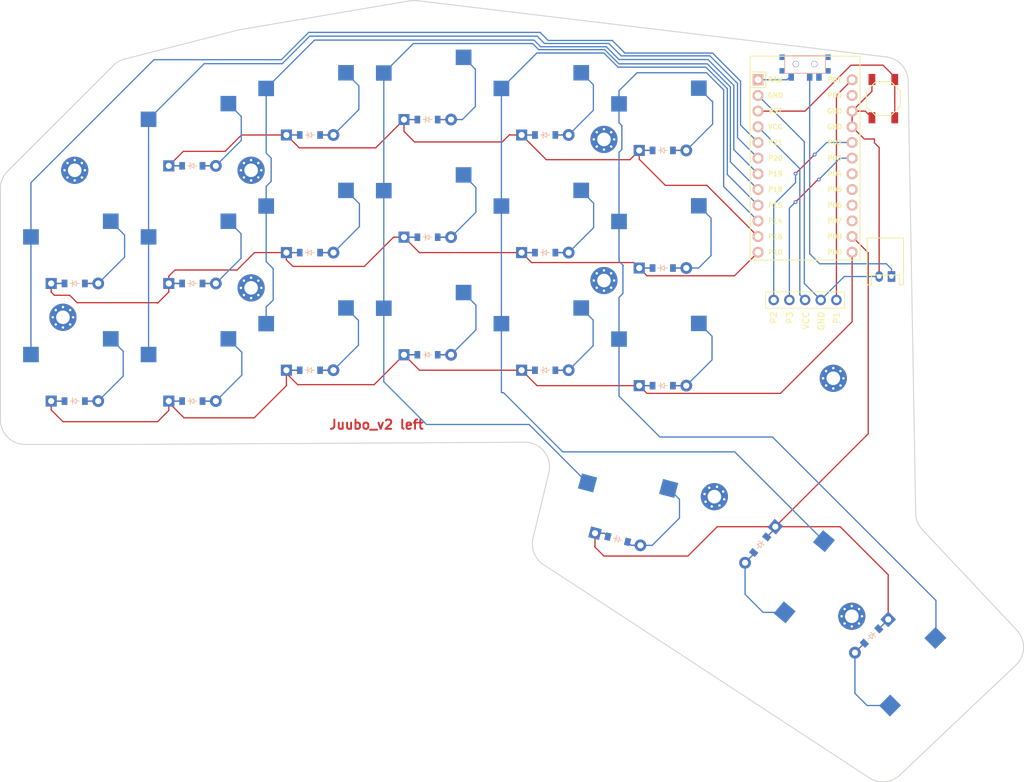
<source format=kicad_pcb>
(kicad_pcb (version 20241229) (generator "pcbnew") (generator_version "9.0")
  (title_block (title "juubo_left") (date "2026-02-05") (rev "v1.0.0") (company "Unknown"))
  (layers (0 "F.Cu" signal) (2 "B.Cu" signal) (13 "F.Paste" user) (15 "B.Paste" user) (5 "F.SilkS" user "F.Silkscreen") (7 "B.SilkS" user "B.Silkscreen") (1 "F.Mask" user) (3 "B.Mask" user) (25 "Edge.Cuts" user))
  (net 0 "")
  (net 1 "P2")
  (net 2 "P3")
  (net 3 "VCC")
  (net 4 "GND")
  (net 5 "P1")
  (net 6 "P21")
  (net 7 "outer_bottom")
  (net 8 "outer_home")
  (net 9 "P20")
  (net 10 "pinky_bottom")
  (net 11 "pinky_home")
  (net 12 "pinky_top")
  (net 13 "P19")
  (net 14 "ring_bottom")
  (net 15 "ring_home")
  (net 16 "ring_top")
  (net 17 "P18")
  (net 18 "middle_bottom")
  (net 19 "middle_home")
  (net 20 "middle_top")
  (net 21 "P15")
  (net 22 "index_bottom")
  (net 23 "index_home")
  (net 24 "index_top")
  (net 25 "P14")
  (net 26 "inner_bottom")
  (net 27 "inner_home")
  (net 28 "inner_top")
  (net 29 "layer_cluster")
  (net 30 "space_cluster")
  (net 31 "extra_cluster")
  (net 32 "P9")
  (net 33 "P10")
  (net 34 "P16")
  (net 35 "P8")
  (net 36 "RAW")
  (net 37 "RST")
  (net 38 "P0")
  (net 39 "P4")
  (net 40 "P5")
  (net 41 "P6")
  (net 42 "P7")
  (net 43 "B+")
  (footprint "E73:SPDT_C128955" (layer "F.Cu") (at 218.3 50.4105)
    (property "Reference" "T1" (hide yes))
    (property "Value" "" (hide yes))
  )
  (footprint "E73:SW_TACT_ALPS_SKQGABE010" (layer "F.Cu") (at 230.9775 56.01 90)
    (property "Reference" "B1" (hide yes))
    (property "Value" "" (hide yes))
  )
  (footprint "ComboDiode" (layer "F.Cu") (at 100 105)
    (property "Reference" "D1" (hide yes))
    (property "Value" "" (hide yes))
  )
  (footprint "MountingHole_2.2mm_M2_Pad_Via" (layer "F.Cu") (at 185.725 85.475)
    (property "Reference" "_8" (hide yes))
    (property "Value" "")
  )
  (footprint "MountingHole_2.2mm_M2_Pad_Via" (layer "F.Cu") (at 222.8725 101.31)
    (property "Reference" "_9" (hide yes))
    (property "Value" "")
  )
  (footprint "MountingHole_2.2mm_M2_Pad_Via" (layer "F.Cu") (at 128.575 67.615)
    (property "Reference" "_3" (hide yes))
    (property "Value" "")
  )
  (footprint "MX" (layer "F.Cu") (at 119.05 61.9)
    (property "Reference" "S5" (hide yes))
    (property "Value" "" (hide yes))
  )
  (footprint "MX" (layer "F.Cu") (at 138.1 95)
    (property "Reference" "S6" (hide yes))
    (property "Value" "" (hide yes))
  )
  (footprint "MX" (layer "F.Cu") (at 138.1 56.9)
    (property "Reference" "S8" (hide yes))
    (property "Value" "" (hide yes))
  )
  (footprint "ComboDiode" (layer "F.Cu") (at 157.15 97.5)
    (property "Reference" "D9" (hide yes))
    (property "Value" "" (hide yes))
  )
  (footprint "JST_PH_S2B-PH-K_02x2.00mm_Angled" (layer "F.Cu") (at 231.3 84.8225 180)
    (property "Reference" "JST1" (hide yes))
    (property "Value" "" (hide yes))
  )
  (footprint "MX" (layer "F.Cu") (at 189.25 122.55 -15)
    (property "Reference" "S18" (hide yes))
    (property "Value" "" (hide yes))
  )
  (footprint "ProMicro" (layer "F.Cu") (at 218.3 66.925 -90)
    (property "Reference" "MCU1" (hide yes))
    (property "Value" "" (hide yes))
  )
  (footprint "MX" (layer "F.Cu") (at 232.605204 146.590306 -135)
    (property "Reference" "S20" (hide yes))
    (property "Value" "" (hide yes))
  )
  (footprint "ComboDiode" (layer "F.Cu") (at 187.955905 127.379629 -15)
    (property "Reference" "D18" (hide yes))
    (property "Value" "" (hide yes))
  )
  (footprint "MX" (layer "F.Cu") (at 157.15 54.4)
    (property "Reference" "S11" (hide yes))
    (property "Value" "" (hide yes))
  )
  (footprint "ComboDiode" (layer "F.Cu") (at 195.25 83.45)
    (property "Reference" "D16" (hide yes))
    (property "Value" "" (hide yes))
  )
  (footprint "ComboDiode" (layer "F.Cu") (at 176.2 80.95)
    (property "Reference" "D13" (hide yes))
    (property "Value" "" (hide yes))
  )
  (footprint "ComboDiode" (layer "F.Cu") (at 138.1 100)
    (property "Reference" "D6" (hide yes))
    (property "Value" "" (hide yes))
  )
  (footprint "ComboDiode" (layer "F.Cu") (at 195.25 102.5)
    (property "Reference" "D15" (hide yes))
    (property "Value" "" (hide yes))
  )
  (footprint "MX" (layer "F.Cu") (at 157.15 92.5)
    (property "Reference" "S9" (hide yes))
    (property "Value" "" (hide yes))
  )
  (footprint "ComboDiode" (layer "F.Cu") (at 138.1 80.95)
    (property "Reference" "D7" (hide yes))
    (property "Value" "" (hide yes))
  )
  (footprint "ComboDiode" (layer "F.Cu") (at 195.25 64.4)
    (property "Reference" "D17" (hide yes))
    (property "Value" "" (hide yes))
  )
  (footprint "MX" (layer "F.Cu") (at 195.25 97.5)
    (property "Reference" "S15" (hide yes))
    (property "Value" "" (hide yes))
  )
  (footprint "ComboDiode" (layer "F.Cu") (at 176.2 100)
    (property "Reference" "D12" (hide yes))
    (property "Value" "" (hide yes))
  )
  (footprint "ceoloide:display_nice_view" (layer "F.Cu") (at 218.3 71.925)
    (property "Reference" "DISP1" (hide yes))
    (property "Value" "")
  )
  (footprint "MountingHole_2.2mm_M2_Pad_Via" (layer "F.Cu") (at 128.575 86.665)
    (property "Reference" "_5" (hide yes))
    (property "Value" "")
  )
  (footprint "MX" (layer "F.Cu") (at 195.25 78.45)
    (property "Reference" "S16" (hide yes))
    (property "Value" "" (hide yes))
  )
  (footprint "MX" (layer "F.Cu") (at 138.1 75.95)
    (property "Reference" "S7" (hide yes))
    (property "Value" "" (hide yes))
  )
  (footprint "ComboDiode" (layer "F.Cu") (at 157.15 78.45)
    (property "Reference" "D10" (hide yes))
    (property "Value" "" (hide yes))
  )
  (footprint "ComboDiode" (layer "F.Cu") (at 100 85.95)
    (property "Reference" "D2" (hide yes))
    (property "Value" "" (hide yes))
  )
  (footprint "MountingHole_2.2mm_M2_Pad_Via" (layer "F.Cu") (at 203.609772 120.481086 -15)
    (property "Reference" "_6" (hide yes))
    (property "Value" "")
  )
  (footprint "ComboDiode" (layer "F.Cu") (at 119.05 85.95)
    (property "Reference" "D4" (hide yes))
    (property "Value" "" (hide yes))
  )
  (footprint "ComboDiode" (layer "F.Cu") (at 119.05 105)
    (property "Reference" "D3" (hide yes))
    (property "Value" "" (hide yes))
  )
  (footprint "MX" (layer "F.Cu") (at 195.25 59.4)
    (property "Reference" "S17" (hide yes))
    (property "Value" "" (hide yes))
  )
  (footprint "MX" (layer "F.Cu") (at 100 100)
    (property "Reference" "S1" (hide yes))
    (property "Value" "" (hide yes))
  )
  (footprint "MX" (layer "F.Cu") (at 157.15 73.45)
    (property "Reference" "S10" (hide yes))
    (property "Value" "" (hide yes))
  )
  (footprint "MountingHole_2.2mm_M2_Pad_Via" (layer "F.Cu") (at 98.095 91.4275)
    (property "Reference" "_1" (hide yes))
    (property "Value" "")
  )
  (footprint "MountingHole_2.2mm_M2_Pad_Via" (layer "F.Cu") (at 100 67.615)
    (property "Reference" "_2" (hide yes))
    (property "Value" "")
  )
  (footprint "MX" (layer "F.Cu") (at 100 80.95)
    (property "Reference" "S2" (hide yes))
    (property "Value" "" (hide yes))
  )
  (footprint "MX" (layer "F.Cu") (at 176.2 75.95)
    (property "Reference" "S13" (hide yes))
    (property "Value" "" (hide yes))
  )
  (footprint "MountingHole_2.2mm_M2_Pad_Via" (layer "F.Cu") (at 225.870012 139.855114 -135)
    (property "Reference" "_7" (hide yes))
    (property "Value" "")
  )
  (footprint "MX" (layer "F.Cu") (at 176.2 95)
    (property "Reference" "S12" (hide yes))
    (property "Value" "" (hide yes))
  )
  (footprint "ComboDiode" (layer "F.Cu") (at 211.030433 128.268969 -130)
    (property "Reference" "D19" (hide yes))
    (property "Value" "" (hide yes))
  )
  (footprint "ComboDiode" (layer "F.Cu") (at 176.2 61.9)
    (property "Reference" "D14" (hide yes))
    (property "Value" "" (hide yes))
  )
  (footprint "ComboDiode" (layer "F.Cu") (at 119.05 66.9)
    (property "Reference" "D5" (hide yes))
    (property "Value" "" (hide yes))
  )
  (footprint "ComboDiode" (layer "F.Cu") (at 157.15 59.4)
    (property "Reference" "D11" (hide yes))
    (property "Value" "" (hide yes))
  )
  (footprint "MX" (layer "F.Cu") (at 214.860656 131.482907 -130)
    (property "Reference" "S19" (hide yes))
    (property "Value" "" (hide yes))
  )
  (footprint "MountingHole_2.2mm_M2_Pad_Via" (layer "F.Cu") (at 185.725 62.615)
    (property "Reference" "_4" (hide yes))
    (property "Value" "")
  )
  (footprint "ComboDiode" (layer "F.Cu") (at 138.1 61.9)
    (property "Reference" "D8" (hide yes))
    (property "Value" "" (hide yes))
  )
  (footprint "ComboDiode" (layer "F.Cu") (at 229.06967 143.054772 -135)
    (property "Reference" "D20" (hide yes))
    (property "Value" "" (hide yes))
  )
  (footprint "MX" (layer "F.Cu") (at 119.05 100)
    (property "Reference" "S3" (hide yes))
    (property "Value" "" (hide yes))
  )
  (footprint "MX" (layer "F.Cu") (at 119.05 80.95)
    (property "Reference" "S4" (hide yes))
    (property "Value" "" (hide yes))
  )
  (footprint "MX" (layer "F.Cu") (at 176.2 56.9)
    (property "Reference" "S14" (hide yes))
    (property "Value" "" (hide yes))
  )
  (gr_arc (start 106.249801 50.650199) (mid 107.098027 50.003171) (end 108.087111 49.60336) (stroke (width 0.15)) (layer "Edge.Cuts"))
  (gr_arc (start 175.936493 131.483209) (mid 174.408022 129.608597) (end 174.239511 127.195721) (stroke (width 0.15)) (layer "Edge.Cuts"))
  (gr_line (start 174.239511 127.195721) (end 176.802611 116.603822) (stroke (width 0.15)) (layer "Edge.Cuts"))
  (gr_line (start 108.087111 49.60336) (end 126.415971 44.915672) (stroke (width 0.15)) (layer "Edge.Cuts"))
  (gr_arc (start 87.975 70.581854) (mid 88.279497 69.05113) (end 89.146573 67.753427) (stroke (width 0.15)) (layer "Edge.Cuts"))
  (gr_line (start 87.975 108.025) (end 87.975 70.581854) (stroke (width 0.15)) (layer "Edge.Cuts"))
  (gr_line (start 237.303224 125.828629) (end 252.607604 142.126697) (stroke (width 0.15)) (layer "Edge.Cuts"))
  (gr_arc (start 237.303224 125.828629) (mid 236.513034 124.595412) (end 236.219757 123.160417) (stroke (width 0.15)) (layer "Edge.Cuts"))
  (gr_arc (start 126.415971 44.915672) (mid 126.5757 44.878293) (end 126.736828 44.847494) (stroke (width 0.15)) (layer "Edge.Cuts"))
  (gr_line (start 228.700713 166.023631) (end 175.936493 131.483209) (stroke (width 0.15)) (layer "Edge.Cuts"))
  (gr_arc (start 252.607604 142.126697) (mid 253.689956 144.981635) (end 252.442777 147.768537) (stroke (width 0.15)) (layer "Edge.Cuts"))
  (gr_line (start 252.442777 147.768537) (end 233.642615 165.580637) (stroke (width 0.15)) (layer "Edge.Cuts"))
  (gr_arc (start 107.035993 112.02494) (mid 107.025004 112.024985) (end 107.014015 112.025) (stroke (width 0.15)) (layer "Edge.Cuts"))
  (gr_line (start 234.995954 53.166193) (end 236.219757 123.160417) (stroke (width 0.15)) (layer "Edge.Cuts"))
  (gr_arc (start 233.642615 165.580637) (mid 231.248646 166.660964) (end 228.700713 166.023631) (stroke (width 0.15)) (layer "Edge.Cuts"))
  (gr_line (start 172.892843 111.663089) (end 107.035993 112.02494) (stroke (width 0.15)) (layer "Edge.Cuts"))
  (gr_arc (start 172.892843 111.663089) (mid 176.051483 113.180866) (end 176.802611 116.603822) (stroke (width 0.15)) (layer "Edge.Cuts"))
  (gr_line (start 89.146573 67.753427) (end 106.249801 50.650199) (stroke (width 0.15)) (layer "Edge.Cuts"))
  (gr_line (start 126.736828 44.847494) (end 154.273633 40.167114) (stroke (width 0.15)) (layer "Edge.Cuts"))
  (gr_line (start 155.420434 40.139046) (end 231.473107 49.264607) (stroke (width 0.15)) (layer "Edge.Cuts"))
  (gr_arc (start 91.975 112.025) (mid 89.146573 110.853427) (end 87.975 108.025) (stroke (width 0.15)) (layer "Edge.Cuts"))
  (gr_arc (start 154.273633 40.167114) (mid 154.846022 40.111755) (end 155.420434 40.139046) (stroke (width 0.15)) (layer "Edge.Cuts"))
  (gr_line (start 107.014015 112.025) (end 91.975 112.025) (stroke (width 0.15)) (layer "Edge.Cuts"))
  (gr_arc (start 231.473107 49.264607) (mid 233.96543 50.555454) (end 234.995954 53.166193) (stroke (width 0.15)) (layer "Edge.Cuts"))
  (gr_text "Juubo_v2 left" (at 141.07 109.69 0) (layer "F.Cu") (effects (font (size 1.5 1.5) (thickness 0.3) (bold yes)) (justify left bottom)))
  (segment (start 216.76 68.16) (end 219.58 65.34) (width 0.2) (layer "F.Cu") (net 1))
  (segment (start 219.58 65.34) (end 219.85 65.07) (width 0.2) (layer "F.Cu") (net 1))
  (via (at 216.76 68.16) (size 0.6) (drill 0.3) (layers "F.Cu" "B.Cu") (net 1))
  (via (at 219.85 65.07) (size 0.6) (drill 0.3) (layers "F.Cu" "B.Cu") (net 1))
  (segment (start 219.85 65.07) (end 221.805 63.115) (width 0.2) (layer "B.Cu") (net 1))
  (segment (start 213.22 88.625) (end 213.22 73.16) (width 0.2) (layer "B.Cu") (net 1))
  (segment (start 221.805 63.115) (end 225.92 63.115) (width 0.2) (layer "B.Cu") (net 1))
  (segment (start 216.76 69.62) (end 216.76 68.16) (width 0.2) (layer "B.Cu") (net 1))
  (segment (start 213.22 73.16) (end 213.73 72.65) (width 0.2) (layer "B.Cu") (net 1))
  (segment (start 213.73 72.65) (end 216.76 69.62) (width 0.2) (layer "B.Cu") (net 1))
  (segment (start 220.45 69.19) (end 220.52 69.12) (width 0.2) (layer "F.Cu") (net 2))
  (segment (start 220.32 69.19) (end 220.45 69.19) (width 0.2) (layer "F.Cu") (net 2))
  (segment (start 216.75 72.76) (end 220.32 69.19) (width 0.2) (layer "F.Cu") (net 2))
  (via (at 216.75 72.76) (size 0.6) (drill 0.3) (layers "F.Cu" "B.Cu") (net 2))
  (via (at 220.52 69.12) (size 0.6) (drill 0.3) (layers "F.Cu" "B.Cu") (net 2))
  (segment (start 215.77 74.04) (end 215.77 73.74) (width 0.2) (layer "B.Cu") (net 2))
  (segment (start 220.52 69.12) (end 223.985 65.655) (width 0.2) (layer "B.Cu") (net 2))
  (segment (start 215.77 73.74) (end 216.75 72.76) (width 0.2) (layer "B.Cu") (net 2))
  (segment (start 223.985 65.655) (end 225.92 65.655) (width 0.2) (layer "B.Cu") (net 2))
  (segment (start 215.76 88.625) (end 215.76 74.05) (width 0.2) (layer "B.Cu") (net 2))
  (segment (start 215.76 74.05) (end 215.77 74.04) (width 0.2) (layer "B.Cu") (net 2))
  (segment (start 217.45 87.775) (end 217.45 67.345) (width 0.2) (layer "B.Cu") (net 3))
  (segment (start 217.45 67.345) (end 210.68 60.575) (width 0.2) (layer "B.Cu") (net 3))
  (segment (start 218.3 88.625) (end 217.45 87.775) (width 0.2) (layer "B.Cu") (net 3))
  (segment (start 230.3 63.93) (end 229.54 63.17) (width 0.2) (layer "F.Cu") (net 4))
  (segment (start 230.3 84.8225) (end 230.3 63.93) (width 0.2) (layer "F.Cu") (net 4))
  (segment (start 227.895 62.55) (end 225.92 60.575) (width 0.2) (layer "F.Cu") (net 4))
  (segment (start 229.54 63.17) (end 229.54 62.55) (width 0.2) (layer "F.Cu") (net 4))
  (segment (start 225.92 58.035) (end 228.0525 58.035) (width 0.2) (layer "F.Cu") (net 4))
  (segment (start 229.54 62.55) (end 227.895 62.55) (width 0.2) (layer "F.Cu") (net 4))
  (segment (start 225.92 58.035) (end 225.92 60.575) (width 0.2) (layer "F.Cu") (net 4))
  (segment (start 229.1275 54.8275) (end 225.92 58.035) (width 0.2) (layer "F.Cu") (net 4))
  (segment (start 229.1275 52.91) (end 229.1275 54.8275) (width 0.2) (layer "F.Cu") (net 4))
  (segment (start 228.0525 58.035) (end 229.1275 59.11) (width 0.2) (layer "F.Cu") (net 4))
  (segment (start 218.18 85.965) (end 218.18 62.995) (width 0.2) (layer "B.Cu") (net 4))
  (segment (start 218.18 62.995) (end 210.68 55.495) (width 0.2) (layer "B.Cu") (net 4))
  (segment (start 220.84 88.625) (end 224.6425 84.8225) (width 0.2) (layer "B.Cu") (net 4))
  (segment (start 224.6425 84.8225) (end 230.3 84.8225) (width 0.2) (layer "B.Cu") (net 4))
  (segment (start 220.84 88.625) (end 218.18 85.965) (width 0.2) (layer "B.Cu") (net 4))
  (segment (start 223.38 55.495) (end 225.92 52.955) (width 0.2) (layer "F.Cu") (net 5))
  (segment (start 223.38 88.625) (end 223.38 55.495) (width 0.2) (layer "F.Cu") (net 5))
  (segment (start 92.915 97.46) (end 92.915 78.41) (width 0.2) (layer "B.Cu") (net 6))
  (segment (start 187.07 46.59) (end 189.11 48.63) (width 0.2) (layer "B.Cu") (net 6))
  (segment (start 189.11 48.63) (end 203.32 48.63) (width 0.2) (layer "B.Cu") (net 6))
  (segment (start 175.38 45.28) (end 176.69 46.59) (width 0.2) (layer "B.Cu") (net 6))
  (segment (start 112.83 49.71) (end 133.47 49.71) (width 0.2) (layer "B.Cu") (net 6))
  (segment (start 92.915 69.625) (end 112.83 49.71) (width 0.2) (layer "B.Cu") (net 6))
  (segment (start 207.85 53.16) (end 207.85 60.285) (width 0.2) (layer "B.Cu") (net 6))
  (segment (start 176.69 46.59) (end 187.07 46.59) (width 0.2) (layer "B.Cu") (net 6))
  (segment (start 203.32 48.63) (end 207.85 53.16) (width 0.2) (layer "B.Cu") (net 6))
  (segment (start 92.915 78.41) (end 92.915 69.625) (width 0.2) (layer "B.Cu") (net 6))
  (segment (start 207.85 60.285) (end 210.68 63.115) (width 0.2) (layer "B.Cu") (net 6))
  (segment (start 137.9 45.28) (end 175.38 45.28) (width 0.2) (layer "B.Cu") (net 6))
  (segment (start 133.47 49.71) (end 137.9 45.28) (width 0.2) (layer "B.Cu") (net 6))
  (segment (start 101.65 105) (end 103.81 105) (width 0.2) (layer "F.Cu") (net 7))
  (segment (start 107.86 96.938) (end 107.86 100.95) (width 0.2) (layer "B.Cu") (net 7))
  (segment (start 107.86 100.95) (end 103.81 105) (width 0.2) (layer "B.Cu") (net 7))
  (segment (start 105.842 94.92) (end 107.86 96.938) (width 0.2) (layer "B.Cu") (net 7))
  (segment (start 101.65 105) (end 103.81 105) (width 0.2) (layer "B.Cu") (net 7))
  (segment (start 101.65 85.95) (end 103.81 85.95) (width 0.2) (layer "F.Cu") (net 8))
  (segment (start 108.08 81.68) (end 103.81 85.95) (width 0.2) (layer "B.Cu") (net 8))
  (segment (start 101.65 85.95) (end 103.81 85.95) (width 0.2) (layer "B.Cu") (net 8))
  (segment (start 108.08 78.108) (end 108.08 81.68) (width 0.2) (layer "B.Cu") (net 8))
  (segment (start 105.842 75.87) (end 108.08 78.108) (width 0.2) (layer "B.Cu") (net 8))
  (segment (start 207.36 53.55) (end 207.36 62.335) (width 0.2) (layer "B.Cu") (net 9))
  (segment (start 174.9 45.89) (end 176.09 47.08) (width 0.2) (layer "B.Cu") (net 9))
  (segment (start 111.965 97.46) (end 111.965 78.41) (width 0.2) (layer "B.Cu") (net 9))
  (segment (start 188.52 49.08) (end 202.89 49.08) (width 0.2) (layer "B.Cu") (net 9))
  (segment (start 120.975 50.35) (end 133.61 50.35) (width 0.2) (layer "B.Cu") (net 9))
  (segment (start 111.965 78.41) (end 111.965 59.36) (width 0.2) (layer "B.Cu") (net 9))
  (segment (start 111.965 59.36) (end 120.975 50.35) (width 0.2) (layer "B.Cu") (net 9))
  (segment (start 186.52 47.08) (end 188.52 49.08) (width 0.2) (layer "B.Cu") (net 9))
  (segment (start 133.61 50.35) (end 138.07 45.89) (width 0.2) (layer "B.Cu") (net 9))
  (segment (start 176.09 47.08) (end 186.52 47.08) (width 0.2) (layer "B.Cu") (net 9))
  (segment (start 138.07 45.89) (end 174.9 45.89) (width 0.2) (layer "B.Cu") (net 9))
  (segment (start 207.36 62.335) (end 210.68 65.655) (width 0.2) (layer "B.Cu") (net 9))
  (segment (start 202.89 49.08) (end 207.36 53.55) (width 0.2) (layer "B.Cu") (net 9))
  (segment (start 120.7 105) (end 122.86 105) (width 0.2) (layer "F.Cu") (net 10))
  (segment (start 124.892 94.92) (end 127.07 97.098) (width 0.2) (layer "B.Cu") (net 10))
  (segment (start 127.07 100.79) (end 122.86 105) (width 0.2) (layer "B.Cu") (net 10))
  (segment (start 120.7 105) (end 122.86 105) (width 0.2) (layer "B.Cu") (net 10))
  (segment (start 127.07 97.098) (end 127.07 100.79) (width 0.2) (layer "B.Cu") (net 10))
  (segment (start 120.7 85.95) (end 122.86 85.95) (width 0.2) (layer "F.Cu") (net 11))
  (segment (start 126.94 77.89) (end 126.94 81.87) (width 0.2) (layer "B.Cu") (net 11))
  (segment (start 124.892 75.87) (end 124.92 75.87) (width 0.2) (layer "B.Cu") (net 11))
  (segment (start 124.92 75.87) (end 126.94 77.89) (width 0.2) (layer "B.Cu") (net 11))
  (segment (start 120.7 85.95) (end 122.86 85.95) (width 0.2) (layer "B.Cu") (net 11))
  (segment (start 126.94 81.87) (end 122.86 85.95) (width 0.2) (layer "B.Cu") (net 11))
  (segment (start 120.7 66.9) (end 122.86 66.9) (width 0.2) (layer "F.Cu") (net 12))
  (segment (start 126.98 62.78) (end 122.86 66.9) (width 0.2) (layer "B.Cu") (net 12))
  (segment (start 126.972 58.9) (end 126.98 58.9) (width 0.2) (layer "B.Cu") (net 12))
  (segment (start 124.892 56.82) (end 126.972 58.9) (width 0.2) (layer "B.Cu") (net 12))
  (segment (start 120.7 66.9) (end 122.86 66.9) (width 0.2) (layer "B.Cu") (net 12))
  (segment (start 126.98 58.9) (end 126.98 62.78) (width 0.2) (layer "B.Cu") (net 12))
  (segment (start 138.845 46.53) (end 174.39 46.53) (width 0.2) (layer "B.Cu") (net 13))
  (segment (start 206.76 53.87) (end 206.76 64.275) (width 0.2) (layer "B.Cu") (net 13))
  (segment (start 131.015 92.46) (end 131.015 89.765) (width 0.2) (layer "B.Cu") (net 13))
  (segment (start 131.015 73.41) (end 131.015 70.225) (width 0.2) (layer "B.Cu") (net 13))
  (segment (start 186.1 47.61) (end 188.17 49.68) (width 0.2) (layer "B.Cu") (net 13))
  (segment (start 206.76 64.275) (end 210.68 68.195) (width 0.2) (layer "B.Cu") (net 13))
  (segment (start 175.47 47.61) (end 186.1 47.61) (width 0.2) (layer "B.Cu") (net 13))
  (segment (start 131.82 69.42) (end 131.82 65.64) (width 0.2) (layer "B.Cu") (net 13))
  (segment (start 131.015 82.405) (end 131.015 73.41) (width 0.2) (layer "B.Cu") (net 13))
  (segment (start 202.57 49.68) (end 206.76 53.87) (width 0.2) (layer "B.Cu") (net 13))
  (segment (start 188.17 49.68) (end 202.57 49.68) (width 0.2) (layer "B.Cu") (net 13))
  (segment (start 132.15 83.55) (end 131.01 82.41) (width 0.2) (layer "B.Cu") (net 13))
  (segment (start 132.15 88.63) (end 132.15 83.55) (width 0.2) (layer "B.Cu") (net 13))
  (segment (start 131.01 82.41) (end 131.015 82.405) (width 0.2) (layer "B.Cu") (net 13))
  (segment (start 174.39 46.53) (end 175.47 47.61) (width 0.2) (layer "B.Cu") (net 13))
  (segment (start 131.015 54.36) (end 138.845 46.53) (width 0.2) (layer "B.Cu") (net 13))
  (segment (start 131.82 65.64) (end 131.015 64.835) (width 0.2) (layer "B.Cu") (net 13))
  (segment (start 131.015 89.765) (end 132.15 88.63) (width 0.2) (layer "B.Cu") (net 13))
  (segment (start 131.015 70.225) (end 131.82 69.42) (width 0.2) (layer "B.Cu") (net 13))
  (segment (start 131.015 64.835) (end 131.015 54.36) (width 0.2) (layer "B.Cu") (net 13))
  (segment (start 139.75 100) (end 141.91 100) (width 0.2) (layer "F.Cu") (net 14))
  (segment (start 143.942 89.92) (end 143.96 89.92) (width 0.2) (layer "B.Cu") (net 14))
  (segment (start 139.75 100) (end 141.91 100) (width 0.2) (layer "B.Cu") (net 14))
  (segment (start 145.96 95.95) (end 141.91 100) (width 0.2) (layer "B.Cu") (net 14))
  (segment (start 143.96 89.92) (end 145.96 91.92) (width 0.2) (layer "B.Cu") (net 14))
  (segment (start 145.96 91.92) (end 145.96 95.95) (width 0.2) (layer "B.Cu") (net 14))
  (segment (start 139.75 80.95) (end 141.91 80.95) (width 0.2) (layer "F.Cu") (net 15))
  (segment (start 139.75 80.95) (end 141.91 80.95) (width 0.2) (layer "B.Cu") (net 15))
  (segment (start 143.942 70.87) (end 143.942 70.872) (width 0.2) (layer "B.Cu") (net 15))
  (segment (start 146.12 76.74) (end 141.91 80.95) (width 0.2) (layer "B.Cu") (net 15))
  (segment (start 146.12 73.05) (end 146.12 76.74) (width 0.2) (layer "B.Cu") (net 15))
  (segment (start 143.942 70.872) (end 146.12 73.05) (width 0.2) (layer "B.Cu") (net 15))
  (segment (start 139.75 61.9) (end 141.91 61.9) (width 0.2) (layer "F.Cu") (net 16))
  (segment (start 146.03 57.78) (end 141.91 61.9) (width 0.2) (layer "B.Cu") (net 16))
  (segment (start 143.942 51.852) (end 146.03 53.94) (width 0.2) (layer "B.Cu") (net 16))
  (segment (start 139.75 61.9) (end 141.91 61.9) (width 0.2) (layer "B.Cu") (net 16))
  (segment (start 146.03 53.94) (end 146.03 57.78) (width 0.2) (layer "B.Cu") (net 16))
  (segment (start 143.942 51.82) (end 143.942 51.852) (width 0.2) (layer "B.Cu") (net 16))
  (segment (start 188.14 50.38) (end 202.47 50.38) (width 0.2) (layer "B.Cu") (net 17))
  (segment (start 156.98 108.79) (end 150.065 101.875) (width 0.2) (layer "B.Cu") (net 17))
  (segment (start 175.14 48.07) (end 185.83 48.07) (width 0.2) (layer "B.Cu") (net 17))
  (segment (start 150.065 51.86) (end 150.065 70.91) (width 0.2) (layer "B.Cu") (net 17))
  (segment (start 206.2 66.255) (end 210.68 70.735) (width 0.2) (layer "B.Cu") (net 17))
  (segment (start 173.591001 108.79) (end 156.98 108.79) (width 0.2) (layer "B.Cu") (net 17))
  (segment (start 150.065 70.91) (end 150.065 89.96) (width 0.2) (layer "B.Cu") (net 17))
  (segment (start 185.83 48.07) (end 188.14 50.38) (width 0.2) (layer "B.Cu") (net 17))
  (segment (start 150.065 51.86) (end 154.835 47.09) (width 0.2) (layer "B.Cu") (net 17))
  (segment (start 154.835 47.09) (end 174.16 47.09) (width 0.2) (layer "B.Cu") (net 17))
  (segment (start 183.063816 118.262815) (end 173.591001 108.79) (width 0.2) (layer "B.Cu") (net 17))
  (segment (start 202.47 50.38) (end 206.2 54.11) (width 0.2) (layer "B.Cu") (net 17))
  (segment (start 150.065 101.875) (end 150.065 89.96) (width 0.2) (layer "B.Cu") (net 17))
  (segment (start 206.2 54.11) (end 206.2 66.255) (width 0.2) (layer "B.Cu") (net 17))
  (segment (start 174.16 47.09) (end 175.14 48.07) (width 0.2) (layer "B.Cu") (net 17))
  (segment (start 158.8 97.5) (end 160.96 97.5) (width 0.2) (layer "F.Cu") (net 18))
  (segment (start 162.992 87.462) (end 164.99 89.46) (width 0.2) (layer "B.Cu") (net 18))
  (segment (start 162.992 87.42) (end 162.992 87.462) (width 0.2) (layer "B.Cu") (net 18))
  (segment (start 164.99 89.46) (end 164.99 93.47) (width 0.2) (layer "B.Cu") (net 18))
  (segment (start 158.8 97.5) (end 160.96 97.5) (width 0.2) (layer "B.Cu") (net 18))
  (segment (start 164.99 93.47) (end 160.96 97.5) (width 0.2) (layer "B.Cu") (net 18))
  (segment (start 158.8 78.45) (end 160.96 78.45) (width 0.2) (layer "F.Cu") (net 19))
  (segment (start 162.992 68.37) (end 162.992 68.412) (width 0.2) (layer "B.Cu") (net 19))
  (segment (start 164.98 74.43) (end 160.96 78.45) (width 0.2) (layer "B.Cu") (net 19))
  (segment (start 164.98 70.4) (end 164.98 74.43) (width 0.2) (layer "B.Cu") (net 19))
  (segment (start 162.992 68.412) (end 164.98 70.4) (width 0.2) (layer "B.Cu") (net 19))
  (segment (start 158.8 78.45) (end 160.96 78.45) (width 0.2) (layer "B.Cu") (net 19))
  (segment (start 158.8 59.4) (end 160.96 59.4) (width 0.2) (layer "F.Cu") (net 20))
  (segment (start 164.9 57.29) (end 162.79 59.4) (width 0.2) (layer "B.Cu") (net 20))
  (segment (start 162.992 49.342) (end 164.9 51.25) (width 0.2) (layer "B.Cu") (net 20))
  (segment (start 158.8 59.4) (end 160.96 59.4) (width 0.2) (layer "B.Cu") (net 20))
  (segment (start 164.9 51.25) (end 164.9 57.29) (width 0.2) (layer "B.Cu") (net 20))
  (segment (start 162.79 59.4) (end 160.96 59.4) (width 0.2) (layer "B.Cu") (net 20))
  (segment (start 162.992 49.32) (end 162.992 49.342) (width 0.2) (layer "B.Cu") (net 20))
  (segment (start 169.115 103.575) (end 169.115 92.46) (width 0.2) (layer "B.Cu") (net 21))
  (segment (start 206.902396 113.23) (end 179.05 113.23) (width 0.2) (layer "B.Cu") (net 21))
  (segment (start 169.18 103.64) (end 169.115 103.575) (width 0.2) (layer "B.Cu") (net 21))
  (segment (start 169.115 54.36) (end 174.855 48.62) (width 0.2) (layer "B.Cu") (net 21))
  (segment (start 169.46 103.64) (end 169.18 103.64) (width 0.2) (layer "B.Cu") (net 21))
  (segment (start 205.71 68.305) (end 210.68 73.275) (width 0.2) (layer "B.Cu") (net 21))
  (segment (start 179.05 113.23) (end 169.46 103.64) (width 0.2) (layer "B.Cu") (net 21))
  (segment (start 221.360559 127.688163) (end 206.902396 113.23) (width 0.2) (layer "B.Cu") (net 21))
  (segment (start 188.01 50.92) (end 202.24 50.92) (width 0.2) (layer "B.Cu") (net 21))
  (segment (start 185.71 48.62) (end 188.01 50.92) (width 0.2) (layer "B.Cu") (net 21))
  (segment (start 174.855 48.62) (end 185.71 48.62) (width 0.2) (layer "B.Cu") (net 21))
  (segment (start 169.115 92.46) (end 169.115 73.41) (width 0.2) (layer "B.Cu") (net 21))
  (segment (start 205.71 54.39) (end 205.71 68.305) (width 0.2) (layer "B.Cu") (net 21))
  (segment (start 202.24 50.92) (end 205.71 54.39) (width 0.2) (layer "B.Cu") (net 21))
  (segment (start 169.115 73.41) (end 169.115 54.36) (width 0.2) (layer "B.Cu") (net 21))
  (segment (start 177.85 100) (end 180.01 100) (width 0.2) (layer "F.Cu") (net 22))
  (segment (start 177.85 100) (end 180.01 100) (width 0.2) (layer "B.Cu") (net 22))
  (segment (start 182.042 89.92) (end 182.042 89.942) (width 0.2) (layer "B.Cu") (net 22))
  (segment (start 183.97 91.87) (end 183.97 96.04) (width 0.2) (layer "B.Cu") (net 22))
  (segment (start 183.97 96.04) (end 180.01 100) (width 0.2) (layer "B.Cu") (net 22))
  (segment (start 182.042 89.942) (end 183.97 91.87) (width 0.2) (layer "B.Cu") (net 22))
  (segment (start 177.85 80.95) (end 180.01 80.95) (width 0.2) (layer "F.Cu") (net 23))
  (segment (start 184.05 72.95) (end 184.05 76.91) (width 0.2) (layer "B.Cu") (net 23))
  (segment (start 184.05 76.91) (end 180.01 80.95) (width 0.2) (layer "B.Cu") (net 23))
  (segment (start 182.042 70.87) (end 182.042 70.942) (width 0.2) (layer "B.Cu") (net 23))
  (segment (start 177.85 80.95) (end 180.01 80.95) (width 0.2) (layer "B.Cu") (net 23))
  (segment (start 182.042 70.942) (end 184.05 72.95) (width 0.2) (layer "B.Cu") (net 23))
  (segment (start 177.85 61.9) (end 180.01 61.9) (width 0.2) (layer "F.Cu") (net 24))
  (segment (start 177.85 61.9) (end 180.01 61.9) (width 0.2) (layer "B.Cu") (net 24))
  (segment (start 182.07 51.82) (end 184.01 53.76) (width 0.2) (layer "B.Cu") (net 24))
  (segment (start 182.042 51.82) (end 182.07 51.82) (width 0.2) (layer "B.Cu") (net 24))
  (segment (start 184.01 53.76) (end 184.01 57.9) (width 0.2) (layer "B.Cu") (net 24))
  (segment (start 184.01 57.9) (end 180.01 61.9) (width 0.2) (layer "B.Cu") (net 24))
  (segment (start 188.165 75.91) (end 188.165 64.705) (width 0.2) (layer "B.Cu") (net 25))
  (segment (start 205.11 54.59) (end 205.11 70.245) (width 0.2) (layer "B.Cu") (net 25))
  (segment (start 188.8 87.57) (end 188.8 83.11) (width 0.2) (layer "B.Cu") (net 25))
  (segment (start 239.411107 143.376506) (end 239.5 143.287613) (width 0.2) (layer "B.Cu") (net 25))
  (segment (start 188.165 59.915) (end 188.165 56.86) (width 0.2) (layer "B.Cu") (net 25))
  (segment (start 188.165 104.205) (end 188.165 94.96) (width 0.2) (layer "B.Cu") (net 25))
  (segment (start 188.18 82.01) (end 188.165 81.995) (width 0.2) (layer "B.Cu") (net 25))
  (segment (start 188.165 88.205) (end 188.8 87.57) (width 0.2) (layer "B.Cu") (net 25))
  (segment (start 188.165 54.735) (end 191.08 51.82) (width 0.2) (layer "B.Cu") (net 25))
  (segment (start 188.18 82.37) (end 188.18 82.01) (width 0.2) (layer "B.Cu") (net 25))
  (segment (start 188.86 83.05) (end 188.18 82.37) (width 0.2) (layer "B.Cu") (net 25))
  (segment (start 188.165 56.86) (end 188.165 54.735) (width 0.2) (layer "B.Cu") (net 25))
  (segment (start 188.8 83.11) (end 188.86 83.05) (width 0.2) (layer "B.Cu") (net 25))
  (segment (start 202.34 51.82) (end 205.11 54.59) (width 0.2) (layer "B.Cu") (net 25))
  (segment (start 188.63 64.24) (end 188.63 60.38) (width 0.2) (layer "B.Cu") (net 25))
  (segment (start 191.08 51.82) (end 202.34 51.82) (width 0.2) (layer "B.Cu") (net 25))
  (segment (start 194.78 110.82) (end 188.165 104.205) (width 0.2) (layer "B.Cu") (net 25))
  (segment (start 239.5 143.287613) (end 239.5 137.3) (width 0.2) (layer "B.Cu") (net 25))
  (segment (start 239.5 137.3) (end 213.02 110.82) (width 0.2) (layer "B.Cu") (net 25))
  (segment (start 188.165 64.705) (end 188.63 64.24) (width 0.2) (layer "B.Cu") (net 25))
  (segment (start 188.165 81.995) (end 188.165 75.91) (width 0.2) (layer "B.Cu") (net 25))
  (segment (start 213.02 110.82) (end 194.78 110.82) (width 0.2) (layer "B.Cu") (net 25))
  (segment (start 205.11 70.245) (end 210.68 75.815) (width 0.2) (layer "B.Cu") (net 25))
  (segment (start 188.165 94.96) (end 188.165 88.205) (width 0.2) (layer "B.Cu") (net 25))
  (segment (start 188.63 60.38) (end 188.165 59.915) (width 0.2) (layer "B.Cu") (net 25))
  (segment (start 196.9 102.5) (end 199.06 102.5) (width 0.2) (layer "F.Cu") (net 26))
  (segment (start 201.092 92.42) (end 201.15 92.42) (width 0.2) (layer "B.Cu") (net 26))
  (segment (start 196.9 102.5) (end 199.06 102.5) (width 0.2) (layer "B.Cu") (net 26))
  (segment (start 203.23 94.5) (end 203.23 98.33) (width 0.2) (layer "B.Cu") (net 26))
  (segment (start 203.23 98.33) (end 199.06 102.5) (width 0.2) (layer "B.Cu") (net 26))
  (segment (start 201.15 92.42) (end 203.23 94.5) (width 0.2) (layer "B.Cu") (net 26))
  (segment (start 199.06 83.45) (end 196.9 83.45) (width 0.2) (layer "F.Cu") (net 27))
  (segment (start 203.07 75.37) (end 203.07 81.43) (width 0.2) (layer "B.Cu") (net 27))
  (segment (start 201.05 83.45) (end 199.06 83.45) (width 0.2) (layer "B.Cu") (net 27))
  (segment (start 203.07 81.43) (end 201.05 83.45) (width 0.2) (layer "B.Cu") (net 27))
  (segment (start 201.092 73.37) (end 201.092 73.392) (width 0.2) (layer "B.Cu") (net 27))
  (segment (start 201.092 73.392) (end 203.07 75.37) (width 0.2) (layer "B.Cu") (net 27))
  (segment (start 196.9 83.45) (end 199.06 83.45) (width 0.2) (layer "B.Cu") (net 27))
  (segment (start 196.9 64.4) (end 199.06 64.4) (width 0.2) (layer "F.Cu") (net 28))
  (segment (start 196.9 64.4) (end 199.06 64.4) (width 0.2) (layer "B.Cu") (net 28))
  (segment (start 201.092 54.32) (end 203.192 56.42) (width 0.2) (layer "B.Cu") (net 28))
  (segment (start 203.32 60.14) (end 199.06 64.4) (width 0.2) (layer "B.Cu") (net 28))
  (segment (start 203.192 56.42) (end 203.32 56.42) (width 0.2) (layer "B.Cu") (net 28))
  (segment (start 203.32 56.42) (end 203.32 60.14) (width 0.2) (layer "B.Cu") (net 28))
  (segment (start 189.549683 127.806679) (end 190.108735 128.365731) (width 0.2) (layer "F.Cu") (net 29))
  (segment (start 190.108735 128.365731) (end 191.636082 128.365731) (width 0.2) (layer "F.Cu") (net 29))
  (segment (start 193.544269 128.365731) (end 191.636082 128.365731) (width 0.2) (layer "B.Cu") (net 29))
  (segment (start 197.96 120.907379) (end 197.96 123.95) (width 0.2) (layer "B.Cu") (net 29))
  (segment (start 189.549683 127.806679) (end 190.108735 128.365731) (width 0.2) (layer "B.Cu") (net 29))
  (segment (start 190.108735 128.365731) (end 191.636082 128.365731) (width 0.2) (layer "B.Cu") (net 29))
  (segment (start 197.96 123.95) (end 193.544269 128.365731) (width 0.2) (layer "B.Cu") (net 29))
  (segment (start 196.207739 119.155118) (end 197.96 120.907379) (width 0.2) (layer "B.Cu") (net 29))
  (segment (start 208.581412 131.187598) (end 209.969833 129.799177) (width 0.2) (layer "F.Cu") (net 30))
  (segment (start 209.969833 129.799177) (end 209.969833 129.532942) (width 0.2) (layer "F.Cu") (net 30))
  (segment (start 208.581412 131.187598) (end 209.969833 129.799177) (width 0.2) (layer "B.Cu") (net 30))
  (segment (start 208.581412 136.301412) (end 208.581412 131.187598) (width 0.2) (layer "B.Cu") (net 30))
  (segment (start 214.996997 139.2235) (end 211.5035 139.2235) (width 0.2) (layer "B.Cu") (net 30))
  (segment (start 211.5035 139.2235) (end 208.581412 136.301412) (width 0.2) (layer "B.Cu") (net 30))
  (segment (start 209.969833 129.799177) (end 209.969833 129.532942) (width 0.2) (layer "B.Cu") (net 30))
  (segment (start 226.375593 145.748849) (end 227.902944 144.221498) (width 0.2) (layer "F.Cu") (net 31))
  (segment (start 228.353326 154.313326) (end 226.375593 152.335593) (width 0.2) (layer "B.Cu") (net 31))
  (segment (start 226.375593 145.748849) (end 227.902944 144.221498) (width 0.2) (layer "B.Cu") (net 31))
  (segment (start 226.375593 152.335593) (end 226.375593 145.748849) (width 0.2) (layer "B.Cu") (net 31))
  (segment (start 232.066389 154.313326) (end 228.353326 154.313326) (width 0.2) (layer "B.Cu") (net 31))
  (segment (start 115.24 105.25) (end 117.7 107.71) (width 0.2) (layer "F.Cu") (net 32))
  (segment (start 191.44 102.5) (end 193.6 102.5) (width 0.2) (layer "F.Cu") (net 32))
  (segment (start 96.19 106.43) (end 98.1 108.34) (width 0.2) (layer "F.Cu") (net 32))
  (segment (start 148.5 102.34) (end 153.34 97.5) (width 0.2) (layer "F.Cu") (net 32))
  (segment (start 115.24 106.52) (end 115.24 105) (width 0.2) (layer "F.Cu") (net 32))
  (segment (start 96.19 105) (end 98.35 105) (width 0.2) (layer "F.Cu") (net 32))
  (segment (start 192.6935 103.7535) (end 214.3165 103.7535) (width 0.2) (layer "F.Cu") (net 32))
  (segment (start 134.29 100.52) (end 136.11 102.34) (width 0.2) (layer "F.Cu") (net 32))
  (segment (start 153.34 97.5) (end 155.84 100) (width 0.2) (layer "F.Cu") (net 32))
  (segment (start 96.19 105) (end 96.19 106.43) (width 0.2) (layer "F.Cu") (net 32))
  (segment (start 129.08 107.71) (end 134.29 102.5) (width 0.2) (layer "F.Cu") (net 32))
  (segment (start 115.24 105) (end 117.4 105) (width 0.2) (layer "F.Cu") (net 32))
  (segment (start 134.29 100) (end 134.29 100.52) (width 0.2) (layer "F.Cu") (net 32))
  (segment (start 174.89 102.5) (end 191.44 102.5) (width 0.2) (layer "F.Cu") (net 32))
  (segment (start 172.39 100) (end 174.89 102.5) (width 0.2) (layer "F.Cu") (net 32))
  (segment (start 134.29 102.5) (end 134.29 100) (width 0.2) (layer "F.Cu") (net 32))
  (segment (start 98.1 108.34) (end 113.42 108.34) (width 0.2) (layer "F.Cu") (net 32))
  (segment (start 113.42 108.34) (end 115.24 106.52) (width 0.2) (layer "F.Cu") (net 32))
  (segment (start 153.34 97.5) (end 155.5 97.5) (width 0.2) (layer "F.Cu") (net 32))
  (segment (start 136.11 102.34) (end 148.5 102.34) (width 0.2) (layer "F.Cu") (net 32))
  (segment (start 214.3165 103.7535) (end 225.92 92.15) (width 0.2) (layer "F.Cu") (net 32))
  (segment (start 191.44 102.5) (end 192.6935 103.7535) (width 0.2) (layer "F.Cu") (net 32))
  (segment (start 115.24 105) (end 115.24 105.25) (width 0.2) (layer "F.Cu") (net 32))
  (segment (start 117.7 107.71) (end 129.08 107.71) (width 0.2) (layer "F.Cu") (net 32))
  (segment (start 134.29 100) (end 136.45 100) (width 0.2) (layer "F.Cu") (net 32))
  (segment (start 172.39 100) (end 174.55 100) (width 0.2) (layer "F.Cu") (net 32))
  (segment (start 155.84 100) (end 172.39 100) (width 0.2) (layer "F.Cu") (net 32))
  (segment (start 225.92 92.15) (end 225.92 80.895) (width 0.2) (layer "F.Cu") (net 32))
  (segment (start 96.19 105) (end 98.35 105) (width 0.2) (layer "B.Cu") (net 32))
  (segment (start 134.29 100) (end 136.45 100) (width 0.2) (layer "B.Cu") (net 32))
  (segment (start 153.34 97.5) (end 155.5 97.5) (width 0.2) (layer "B.Cu") (net 32))
  (segment (start 115.24 105) (end 117.4 105) (width 0.2) (layer "B.Cu") (net 32))
  (segment (start 191.44 102.5) (end 193.6 102.5) (width 0.2) (layer "B.Cu") (net 32))
  (segment (start 172.39 100) (end 174.55 100) (width 0.2) (layer "B.Cu") (net 32))
  (segment (start 115.24 87.33) (end 115.24 85.95) (width 0.2) (layer "F.Cu") (net 33))
  (segment (start 99.19 87.86) (end 100.39 89.06) (width 0.2) (layer "F.Cu") (net 33))
  (segment (start 126.3 83.77) (end 129.12 80.95) (width 0.2) (layer "F.Cu") (net 33))
  (segment (start 96.19 87.36) (end 96.69 87.86) (width 0.2) (layer "F.Cu") (net 33))
  (segment (start 115.24 85.95) (end 117.4 85.95) (width 0.2) (layer "F.Cu") (net 33))
  (segment (start 172.39 80.95) (end 174 82.56) (width 0.2) (layer "F.Cu") (net 33))
  (segment (start 155.84 80.95) (end 172.39 80.95) (width 0.2) (layer "F.Cu") (net 33))
  (segment (start 134.29 80.95) (end 134.29 82.14) (width 0.2) (layer "F.Cu") (net 33))
  (segment (start 113.42 89.15) (end 115.24 87.33) (width 0.2) (layer "F.Cu") (net 33))
  (segment (start 206.8715 84.7035) (end 210.68 80.895) (width 0.2) (layer "F.Cu") (net 33))
  (segment (start 96.19 85.95) (end 96.19 87.36) (width 0.2) (layer "F.Cu") (net 33))
  (segment (start 153.34 78.45) (end 155.5 78.45) (width 0.2) (layer "F.Cu") (net 33))
  (segment (start 100.39 89.06) (end 113.33 89.06) (width 0.2) (layer "F.Cu") (net 33))
  (segment (start 151.65 78.45) (end 153.34 78.45) (width 0.2) (layer "F.Cu") (net 33))
  (segment (start 129.12 80.95) (end 134.29 80.95) (width 0.2) (layer "F.Cu") (net 33))
  (segment (start 172.39 80.95) (end 174.55 80.95) (width 0.2) (layer "F.Cu") (net 33))
  (segment (start 146.91 83.19) (end 151.65 78.45) (width 0.2) (layer "F.Cu") (net 33))
  (segment (start 191.44 83.45) (end 193.6 83.45) (width 0.2) (layer "F.Cu") (net 33))
  (segment (start 96.19 85.95) (end 98.35 85.95) (width 0.2) (layer "F.Cu") (net 33))
  (segment (start 115.24 85.95) (end 115.24 84.76) (width 0.2) (layer "F.Cu") (net 33))
  (segment (start 96.69 87.86) (end 99.19 87.86) (width 0.2) (layer "F.Cu") (net 33))
  (segment (start 113.33 89.06) (end 113.42 89.15) (width 0.2) (layer "F.Cu") (net 33))
  (segment (start 153.34 78.45) (end 155.84 80.95) (width 0.2) (layer "F.Cu") (net 33))
  (segment (start 115.24 84.76) (end 116.23 83.77) (width 0.2) (layer "F.Cu") (net 33))
  (segment (start 134.29 80.95) (end 136.45 80.95) (width 0.2) (layer "F.Cu") (net 33))
  (segment (start 135.34 83.19) (end 146.91 83.19) (width 0.2) (layer "F.Cu") (net 33))
  (segment (start 116.23 83.77) (end 126.3 83.77) (width 0.2) (layer "F.Cu") (net 33))
  (segment (start 190.55 82.56) (end 191.44 83.45) (width 0.2) (layer "F.Cu") (net 33))
  (segment (start 174 82.56) (end 190.55 82.56) (width 0.2) (layer "F.Cu") (net 33))
  (segment (start 192.6935 84.7035) (end 206.8715 84.7035) (width 0.2) (layer "F.Cu") (net 33))
  (segment (start 191.44 83.45) (end 192.6935 84.7035) (width 0.2) (layer "F.Cu") (net 33))
  (segment (start 134.29 82.14) (end 135.34 83.19) (width 0.2) (layer "F.Cu") (net 33))
  (segment (start 191.44 83.45) (end 193.6 83.45) (width 0.2) (layer "B.Cu") (net 33))
  (segment (start 172.39 80.95) (end 174.55 80.95) (width 0.2) (layer "B.Cu") (net 33))
  (segment (start 115.24 85.95) (end 117.4 85.95) (width 0.2) (layer "B.Cu") (net 33))
  (segment (start 96.19 85.95) (end 98.35 85.95) (width 0.2) (layer "B.Cu") (net 33))
  (segment (start 134.29 80.95) (end 136.45 80.95) (width 0.2) (layer "B.Cu") (net 33))
  (segment (start 153.34 78.45) (end 155.5 78.45) (width 0.2) (layer "B.Cu") (net 33))
  (segment (start 206.31 73.92) (end 206.31 73.985) (width 0.2) (layer "F.Cu") (net 34))
  (segment (start 153.34 59.4) (end 153.34 61.33) (width 0.2) (layer "F.Cu") (net 34))
  (segment (start 172.39 61.9) (end 176.39 65.9) (width 0.2) (layer "F.Cu") (net 34))
  (segment (start 172.39 61.9) (end 174.55 61.9) (width 0.2) (layer "F.Cu") (net 34))
  (segment (start 153.34 61.33) (end 155.04 63.03) (width 0.2) (layer "F.Cu") (net 34))
  (segment (start 191.44 64.4) (end 191.44 65.83) (width 0.2) (layer "F.Cu") (net 34))
  (segment (start 169.25 63.03) (end 170.45 61.83) (width 0.2) (layer "F.Cu") (net 34))
  (segment (start 148.75 63.99) (end 153.34 59.4) (width 0.2) (layer "F.Cu") (net 34))
  (segment (start 176.39 65.9) (end 189.94 65.9) (width 0.2) (layer "F.Cu") (net 34))
  (segment (start 134.29 61.9) (end 136.45 61.9) (width 0.2) (layer "F.Cu") (net 34))
  (segment (start 191.44 65.83) (end 195.67 70.06) (width 0.2) (layer "F.Cu") (net 34))
  (segment (start 170.52 61.9) (end 172.39 61.9) (width 0.2) (layer "F.Cu") (net 34))
  (segment (start 191.44 64.4) (end 193.6 64.4) (width 0.2) (layer "F.Cu") (net 34))
  (segment (start 127.01 61.9) (end 134.29 61.9) (width 0.2) (layer "F.Cu") (net 34))
  (segment (start 155.04 63.03) (end 169.25 63.03) (width 0.2) (layer "F.Cu") (net 34))
  (segment (start 115.24 66.9) (end 117.59 64.55) (width 0.2) (layer "F.Cu") (net 34))
  (segment (start 115.24 66.9) (end 117.4 66.9) (width 0.2) (layer "F.Cu") (net 34))
  (segment (start 195.67 70.06) (end 202.4 70.06) (width 0.2) (layer "F.Cu") (net 34))
  (segment (start 206.26 73.92) (end 206.31 73.92) (width 0.2) (layer "F.Cu") (net 34))
  (segment (start 202.4 70.06) (end 206.26 73.92) (width 0.2) (layer "F.Cu") (net 34))
  (segment (start 206.31 73.985) (end 210.68 78.355) (width 0.2) (layer "F.Cu") (net 34))
  (segment (start 136.38 63.99) (end 148.75 63.99) (width 0.2) (layer "F.Cu") (net 34))
  (segment (start 134.29 61.9) (end 136.38 63.99) (width 0.2) (layer "F.Cu") (net 34))
  (segment (start 170.45 61.83) (end 170.52 61.9) (width 0.2) (layer "F.Cu") (net 34))
  (segment (start 117.59 64.55) (end 124.36 64.55) (width 0.2) (layer "F.Cu") (net 34))
  (segment (start 124.36 64.55) (end 127.01 61.9) (width 0.2) (layer "F.Cu") (net 34))
  (segment (start 189.94 65.9) (end 191.44 64.4) (width 0.2) (layer "F.Cu") (net 34))
  (segment (start 153.34 59.4) (end 155.5 59.4) (width 0.2) (layer "F.Cu") (net 34))
  (segment (start 153.34 59.4) (end 155.5 59.4) (width 0.2) (layer "B.Cu") (net 34))
  (segment (start 134.29 61.9) (end 136.45 61.9) (width 0.2) (layer "B.Cu") (net 34))
  (segment (start 115.24 66.9) (end 117.4 66.9) (width 0.2) (layer "B.Cu") (net 34))
  (segment (start 172.39 61.9) (end 174.55 61.9) (width 0.2) (layer "B.Cu") (net 34))
  (segment (start 191.44 64.4) (end 193.6 64.4) (width 0.2) (layer "B.Cu") (net 34))
  (segment (start 185.72 130.1) (end 199.32 130.1) (width 0.2) (layer "F.Cu") (net 35))
  (segment (start 231.763747 133.123747) (end 231.763747 140.360695) (width 0.2) (layer "F.Cu") (net 35))
  (segment (start 223.94966 125.35034) (end 223.97 125.33) (width 0.2) (layer "F.Cu") (net 35))
  (segment (start 228.53 110.299794) (end 228.53 80.965) (width 0.2) (layer "F.Cu") (net 35))
  (segment (start 213.479454 125.616575) (end 213.479454 125.35034) (width 0.2) (layer "F.Cu") (net 35))
  (segment (start 212.091033 127.004996) (end 213.479454 125.616575) (width 0.2) (layer "F.Cu") (net 35))
  (segment (start 213.479454 125.35034) (end 228.53 110.299794) (width 0.2) (layer "F.Cu") (net 35))
  (segment (start 228.53 80.965) (end 225.92 78.355) (width 0.2) (layer "F.Cu") (net 35))
  (segment (start 223.97 125.33) (end 231.763747 133.123747) (width 0.2) (layer "F.Cu") (net 35))
  (segment (start 213.479454 125.35034) (end 223.94966 125.35034) (width 0.2) (layer "F.Cu") (net 35))
  (segment (start 204.06966 125.35034) (end 213.479454 125.35034) (width 0.2) (layer "F.Cu") (net 35))
  (segment (start 230.236396 141.888046) (end 231.763747 140.360695) (width 0.2) (layer "F.Cu") (net 35))
  (segment (start 184.275728 126.393527) (end 185.803075 126.393527) (width 0.2) (layer "F.Cu") (net 35))
  (segment (start 184.275728 128.484272) (end 184.19 128.57) (width 0.2) (layer "F.Cu") (net 35))
  (segment (start 184.19 128.57) (end 185.72 130.1) (width 0.2) (layer "F.Cu") (net 35))
  (segment (start 199.32 130.1) (end 204.06966 125.35034) (width 0.2) (layer "F.Cu") (net 35))
  (segment (start 184.275728 126.393527) (end 184.275728 128.484272) (width 0.2) (layer "F.Cu") (net 35))
  (segment (start 185.803075 126.393527) (end 186.362127 126.952579) (width 0.2) (layer "F.Cu") (net 35))
  (segment (start 184.275728 126.393527) (end 185.803075 126.393527) (width 0.2) (layer "B.Cu") (net 35))
  (segment (start 213.479454 125.616575) (end 213.479454 125.35034) (width 0.2) (layer "B.Cu") (net 35))
  (segment (start 230.236396 141.888046) (end 231.763747 140.360695) (width 0.2) (layer "B.Cu") (net 35))
  (segment (start 212.091033 127.004996) (end 213.479454 125.616575) (width 0.2) (layer "B.Cu") (net 35))
  (segment (start 185.803075 126.393527) (end 186.362127 126.952579) (width 0.2) (layer "B.Cu") (net 35))
  (segment (start 216.05 52.4855) (end 215.8245 52.4855) (width 0.2) (layer "B.Cu") (net 36))
  (segment (start 215.8245 52.4855) (end 215.355 52.955) (width 0.2) (layer "B.Cu") (net 36))
  (segment (start 215.355 52.955) (end 210.68 52.955) (width 0.2) (layer "B.Cu") (net 36))
  (segment (start 210.68 58.035) (end 218.295 58.035) (width 0.2) (layer "F.Cu") (net 37))
  (segment (start 232.8275 52.91) (end 232.8275 59.11) (width 0.2) (layer "F.Cu") (net 37))
  (segment (start 232.8275 52.4975) (end 232.8275 52.91) (width 0.2) (layer "F.Cu") (net 37))
  (segment (start 230.92 50.59) (end 232.8275 52.4975) (width 0.2) (layer "F.Cu") (net 37))
  (segment (start 225.74 50.59) (end 230.92 50.59) (width 0.2) (layer "F.Cu") (net 37))
  (segment (start 218.295 58.035) (end 225.74 50.59) (width 0.2) (layer "F.Cu") (net 37))
  (segment (start 231.46 82.76) (end 220.67 82.76) (width 0.2) (layer "B.Cu") (net 43))
  (segment (start 232.3 84.8225) (end 232.3 83.6) (width 0.2) (layer "B.Cu") (net 43))
  (segment (start 219.05 81.14) (end 219.05 52.4855) (width 0.2) (layer "B.Cu") (net 43))
  (segment (start 220.67 82.76) (end 219.05 81.14) (width 0.2) (layer "B.Cu") (net 43))
  (segment (start 232.3 83.6) (end 231.46 82.76) (width 0.2) (layer "B.Cu") (net 43))
)
</source>
